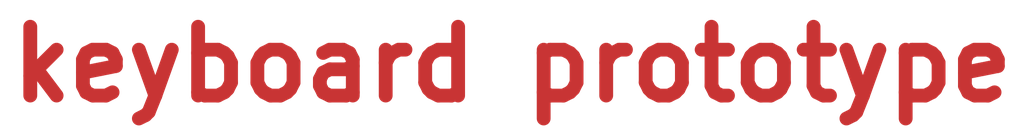
<source format=kicad_pcb>
(kicad_pcb (version 20211014) (generator pcbnew)

  (general
    (thickness 1.6)
  )

  (paper "A4")
  (layers
    (0 "F.Cu" signal)
    (31 "B.Cu" signal)
    (32 "B.Adhes" user "B.Adhesive")
    (33 "F.Adhes" user "F.Adhesive")
    (34 "B.Paste" user)
    (35 "F.Paste" user)
    (36 "B.SilkS" user "B.Silkscreen")
    (37 "F.SilkS" user "F.Silkscreen")
    (38 "B.Mask" user)
    (39 "F.Mask" user)
    (40 "Dwgs.User" user "User.Drawings")
    (41 "Cmts.User" user "User.Comments")
    (42 "Eco1.User" user "User.Eco1")
    (43 "Eco2.User" user "User.Eco2")
    (44 "Edge.Cuts" user)
    (45 "Margin" user)
    (46 "B.CrtYd" user "B.Courtyard")
    (47 "F.CrtYd" user "F.Courtyard")
    (48 "B.Fab" user)
    (49 "F.Fab" user)
    (50 "User.1" user)
    (51 "User.2" user)
    (52 "User.3" user)
    (53 "User.4" user)
    (54 "User.5" user)
    (55 "User.6" user)
    (56 "User.7" user)
    (57 "User.8" user)
    (58 "User.9" user)
  )

  (setup
    (pad_to_mask_clearance 0)
    (pcbplotparams
      (layerselection 0x00010fc_ffffffff)
      (disableapertmacros false)
      (usegerberextensions false)
      (usegerberattributes true)
      (usegerberadvancedattributes true)
      (creategerberjobfile true)
      (svguseinch false)
      (svgprecision 6)
      (excludeedgelayer true)
      (plotframeref false)
      (viasonmask false)
      (mode 1)
      (useauxorigin false)
      (hpglpennumber 1)
      (hpglpenspeed 20)
      (hpglpendiameter 15.000000)
      (dxfpolygonmode true)
      (dxfimperialunits true)
      (dxfusepcbnewfont true)
      (psnegative false)
      (psa4output false)
      (plotreference true)
      (plotvalue true)
      (plotinvisibletext false)
      (sketchpadsonfab false)
      (subtractmaskfromsilk false)
      (outputformat 1)
      (mirror false)
      (drillshape 1)
      (scaleselection 1)
      (outputdirectory "")
    )
  )

  (net 0 "")

  (gr_text "keyboard prototype" (at 198.12 187.96) (layer "F.Cu") (tstamp b7dd5747-da41-4aea-a6a2-6fa65fd956fd)
    (effects (font (size 1.5 1.5) (thickness 0.3)))
  )

)

</source>
